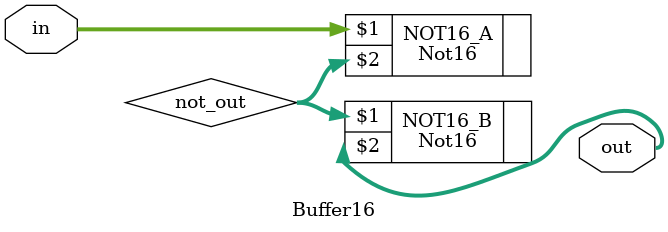
<source format=v>
/**
 * 16-bit bitwise Buffer:
 * for i = 0..15: out[i] = in[i]
 */

`default_nettype none
module Buffer16(
	input [15:0] in,
	output [15:0] out
);
	wire [15:0] not_out;
	// Put your code here:
	Not16 NOT16_A(in, not_out);
	Not16 NOT16_B(not_out, out);

endmodule

</source>
